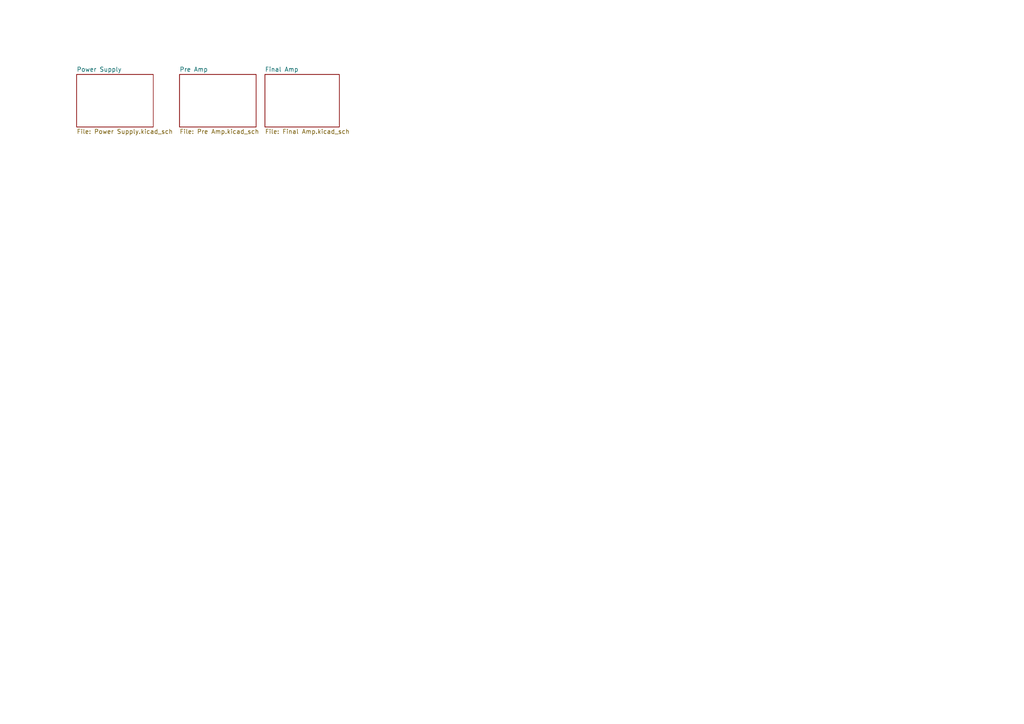
<source format=kicad_sch>
(kicad_sch (version 20211123) (generator eeschema)
  (paper "A4")
  (lib_symbols)
  (sheet (at 76.835 21.59) (size 21.59 15.24) (stroke (width 0.1524))
    (property "Sheet name" "Final Amp" (at 76.835 20.8784 0) (effects (justify left bottom)))
    (property "Sheet file" "Final Amp.kicad_sch" (at 76.835 37.4146 0) (effects (justify left top)))
  )
  (sheet (at 22.225 21.59) (size 22.225 15.24) (stroke (width 0.1524))
    (property "Sheet name" "Power Supply" (at 22.225 20.8784 0) (effects (justify left bottom)))
    (property "Sheet file" "Power Supply.kicad_sch" (at 22.225 37.4146 0) (effects (justify left top)))
  )
  (sheet (at 52.07 21.59) (size 22.225 15.24) (stroke (width 0.1524))
    (property "Sheet name" "Pre Amp" (at 52.07 20.8784 0) (effects (justify left bottom)))
    (property "Sheet file" "Pre Amp.kicad_sch" (at 52.07 37.4146 0) (effects (justify left top)))
  )
)
</source>
